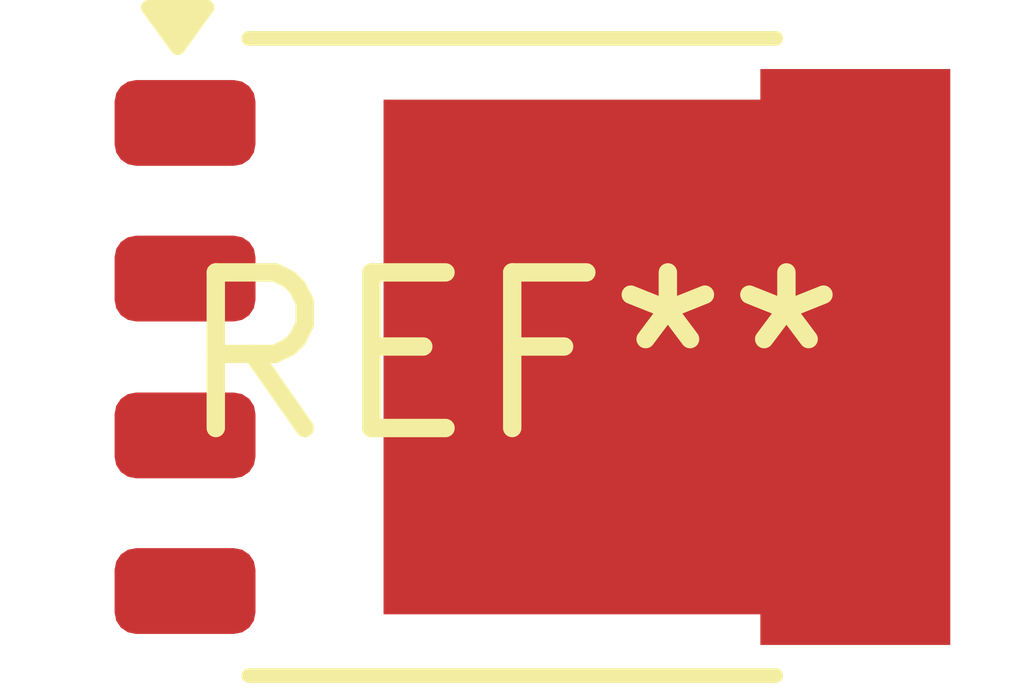
<source format=kicad_pcb>
(kicad_pcb (version 20240108) (generator pcbnew)
  (layers (0 "F.Cu" signal) (31 "B.Cu" signal) (34 "B.Paste" user) (35 "F.Paste" user) (36 "B.SilkS" user "B.Silkscreen") (37 "F.SilkS" user "F.Silkscreen") (38 "B.Mask" user) (39 "F.Mask" user) (44 "Edge.Cuts" user))
  (net 0 "")
  (footprint "LFPAK56" (layer "F.Cu") (at 0 0)
    (property "Reference" "REF**")
    (property "Value" "LFPAK56")
    (fp_line (start -2.15 2.6) (end 2.15 2.6) (layer "F.SilkS") (stroke (width 0.12)))
    (fp_line (start 2.15 -2.6) (end -2.15 -2.6) (layer "F.SilkS") (stroke (width 0.12)))
    (fp_poly (pts (xy -2.73 -2.523297) (xy -2.49 -2.853297) (xy -2.97 -2.853297) (xy -2.73 -2.523297)) (layer "F.SilkS") (stroke (width 0.12)) (fill solid))
    (pad "1" smd roundrect (at -2.67 -1.91 270) (size 0.7 1.15) (layers "F.Cu" "F.Paste" "F.Mask"))
    (pad "2" smd roundrect (at -2.67 -0.64 270) (size 0.7 1.15) (layers "F.Cu" "F.Paste" "F.Mask"))
    (pad "3" smd roundrect (at -2.67 0.64 270) (size 0.7 1.15) (layers "F.Cu" "F.Paste" "F.Mask"))
    (pad "4" smd roundrect (at -2.67 1.91 270) (size 0.7 1.15) (layers "F.Cu" "F.Paste" "F.Mask"))
    (pad "5" smd custom (at 0.6 0) (size 3.3 4.2) (layers "F.Cu" "F.Mask") (options (clearance outline) (anchor rect)) (primitives (gr_poly (pts (xy 2.975 2.35) (xy 1.425 2.35) (xy 1.425 -2.35) (xy 2.975 -2.35)) (width 0) (fill yes))))
  )
)
</source>
